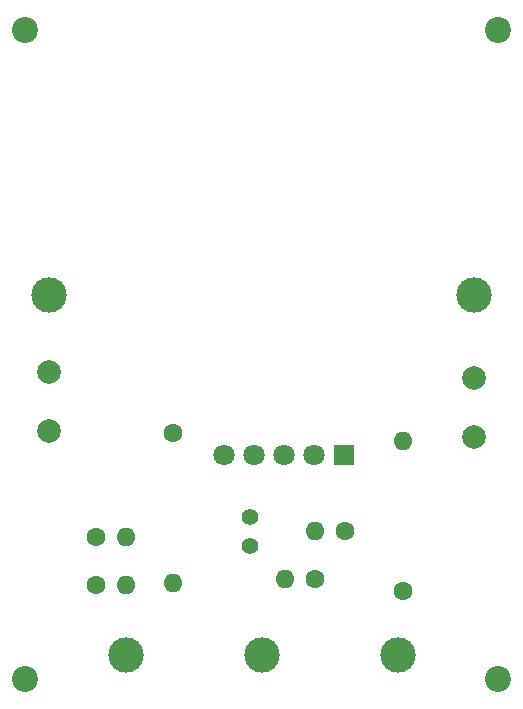
<source format=gbr>
%TF.GenerationSoftware,KiCad,Pcbnew,9.0.0-rc3*%
%TF.CreationDate,2025-02-26T11:37:17-06:00*%
%TF.ProjectId,Block-JAN6418,426c6f63-6b2d-44a4-914e-363431382e6b,rev?*%
%TF.SameCoordinates,PX3305860PY2160ec0*%
%TF.FileFunction,Soldermask,Top*%
%TF.FilePolarity,Negative*%
%FSLAX46Y46*%
G04 Gerber Fmt 4.6, Leading zero omitted, Abs format (unit mm)*
G04 Created by KiCad (PCBNEW 9.0.0-rc3) date 2025-02-26 11:37:17*
%MOMM*%
%LPD*%
G01*
G04 APERTURE LIST*
%ADD10C,2.000000*%
%ADD11C,2.200000*%
%ADD12C,3.000000*%
%ADD13O,1.600000X1.600000*%
%ADD14C,1.600000*%
%ADD15R,1.800000X1.800000*%
%ADD16C,1.800000*%
%ADD17C,1.400000*%
G04 APERTURE END LIST*
D10*
%TO.C,C1*%
X40500000Y-32000000D03*
X40500000Y-37000000D03*
%TD*%
%TO.C,C2*%
X4500000Y-36500000D03*
X4500000Y-31500000D03*
%TD*%
D11*
%TO.C,H1*%
X2500000Y-2500000D03*
%TD*%
%TO.C,H2*%
X42500000Y-2500000D03*
%TD*%
%TO.C,H3*%
X42500000Y-57500000D03*
%TD*%
%TO.C,H4*%
X2500000Y-57500000D03*
%TD*%
D12*
%TO.C,J1*%
X34000000Y-55500000D03*
%TD*%
%TO.C,J4*%
X40500000Y-25000000D03*
%TD*%
%TO.C,J5*%
X11000000Y-55500000D03*
%TD*%
D13*
%TO.C,R4*%
X27000000Y-44952500D03*
D14*
X29540000Y-44952500D03*
%TD*%
D13*
%TO.C,R5*%
X24460000Y-49000000D03*
D14*
X27000000Y-49000000D03*
%TD*%
D12*
%TO.C,J2*%
X22500000Y-55500000D03*
%TD*%
D15*
%TO.C,U1*%
X29500000Y-38500000D03*
D16*
X26960000Y-38500000D03*
X24420000Y-38500000D03*
X21880000Y-38500000D03*
X19340000Y-38500000D03*
%TD*%
D12*
%TO.C,J3*%
X4500000Y-25000000D03*
%TD*%
D17*
%TO.C,C3*%
X21500000Y-43750000D03*
X21500000Y-46250000D03*
%TD*%
D14*
%TO.C,R6*%
X15000000Y-36650000D03*
D13*
X15000000Y-49350000D03*
%TD*%
D14*
%TO.C,R3*%
X34500000Y-50000000D03*
D13*
X34500000Y-37300000D03*
%TD*%
D14*
%TO.C,R2*%
X8460000Y-45500000D03*
D13*
X11000000Y-45500000D03*
%TD*%
D14*
%TO.C,R1*%
X8460000Y-49500000D03*
D13*
X11000000Y-49500000D03*
%TD*%
M02*

</source>
